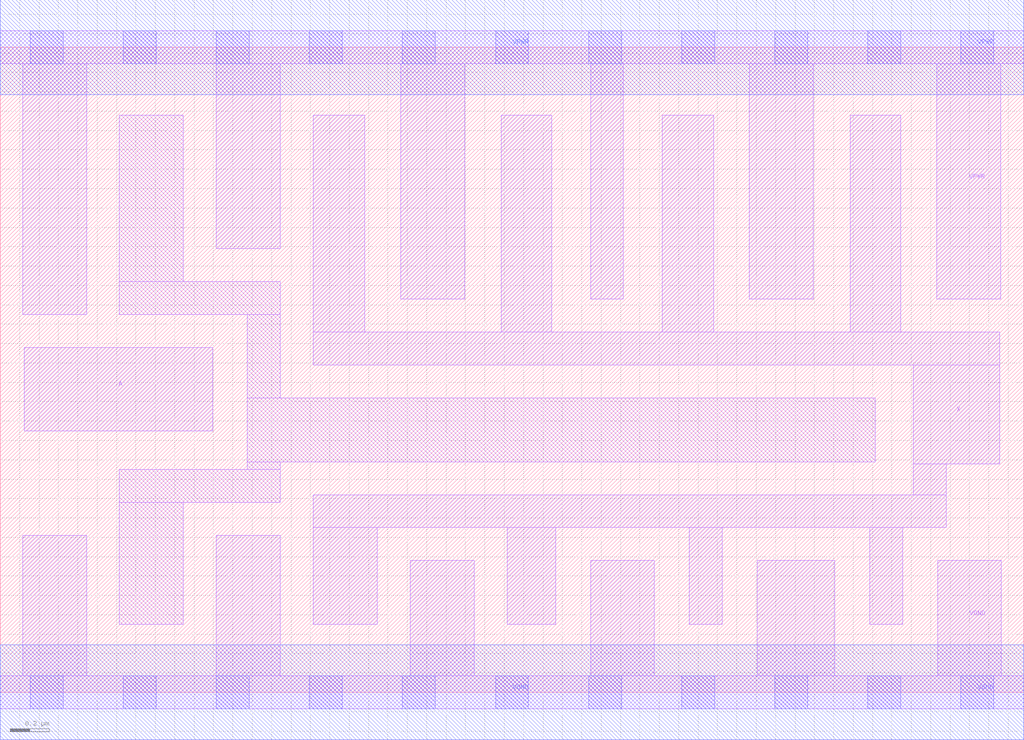
<source format=lef>
# Copyright 2020 The SkyWater PDK Authors
#
# Licensed under the Apache License, Version 2.0 (the "License");
# you may not use this file except in compliance with the License.
# You may obtain a copy of the License at
#
#     https://www.apache.org/licenses/LICENSE-2.0
#
# Unless required by applicable law or agreed to in writing, software
# distributed under the License is distributed on an "AS IS" BASIS,
# WITHOUT WARRANTIES OR CONDITIONS OF ANY KIND, either express or implied.
# See the License for the specific language governing permissions and
# limitations under the License.
#
# SPDX-License-Identifier: Apache-2.0

VERSION 5.7 ;
  NAMESCASESENSITIVE ON ;
  NOWIREEXTENSIONATPIN ON ;
  DIVIDERCHAR "/" ;
  BUSBITCHARS "[]" ;
UNITS
  DATABASE MICRONS 200 ;
END UNITS
MACRO sky130_fd_sc_ls__clkbuf_8
  CLASS CORE ;
  SOURCE USER ;
  FOREIGN sky130_fd_sc_ls__clkbuf_8 ;
  ORIGIN  0.000000  0.000000 ;
  SIZE  5.280000 BY  3.330000 ;
  SYMMETRY X Y ;
  SITE unit ;
  PIN A
    ANTENNAGATEAREA  0.462000 ;
    DIRECTION INPUT ;
    USE SIGNAL ;
    PORT
      LAYER li1 ;
        RECT 0.125000 1.350000 1.095000 1.780000 ;
    END
  END A
  PIN X
    ANTENNADIFFAREA  1.841700 ;
    DIRECTION OUTPUT ;
    USE SIGNAL ;
    PORT
      LAYER li1 ;
        RECT 1.615000 0.350000 1.945000 0.850000 ;
        RECT 1.615000 0.850000 4.880000 1.020000 ;
        RECT 1.615000 1.690000 5.155000 1.860000 ;
        RECT 1.615000 1.860000 1.880000 2.980000 ;
        RECT 2.585000 1.860000 2.845000 2.980000 ;
        RECT 2.615000 0.350000 2.865000 0.850000 ;
        RECT 3.415000 1.860000 3.680000 2.980000 ;
        RECT 3.555000 0.350000 3.725000 0.850000 ;
        RECT 4.385000 1.860000 4.645000 2.980000 ;
        RECT 4.485000 0.350000 4.655000 0.850000 ;
        RECT 4.710000 1.020000 4.880000 1.180000 ;
        RECT 4.710000 1.180000 5.155000 1.690000 ;
    END
  END X
  PIN VGND
    DIRECTION INOUT ;
    SHAPE ABUTMENT ;
    USE GROUND ;
    PORT
      LAYER li1 ;
        RECT 0.000000 -0.085000 5.280000 0.085000 ;
        RECT 0.115000  0.085000 0.445000 0.810000 ;
        RECT 1.115000  0.085000 1.445000 0.810000 ;
        RECT 2.115000  0.085000 2.445000 0.680000 ;
        RECT 3.045000  0.085000 3.375000 0.680000 ;
        RECT 3.905000  0.085000 4.305000 0.680000 ;
        RECT 4.835000  0.085000 5.165000 0.680000 ;
      LAYER mcon ;
        RECT 0.155000 -0.085000 0.325000 0.085000 ;
        RECT 0.635000 -0.085000 0.805000 0.085000 ;
        RECT 1.115000 -0.085000 1.285000 0.085000 ;
        RECT 1.595000 -0.085000 1.765000 0.085000 ;
        RECT 2.075000 -0.085000 2.245000 0.085000 ;
        RECT 2.555000 -0.085000 2.725000 0.085000 ;
        RECT 3.035000 -0.085000 3.205000 0.085000 ;
        RECT 3.515000 -0.085000 3.685000 0.085000 ;
        RECT 3.995000 -0.085000 4.165000 0.085000 ;
        RECT 4.475000 -0.085000 4.645000 0.085000 ;
        RECT 4.955000 -0.085000 5.125000 0.085000 ;
      LAYER met1 ;
        RECT 0.000000 -0.245000 5.280000 0.245000 ;
    END
  END VGND
  PIN VPWR
    DIRECTION INOUT ;
    SHAPE ABUTMENT ;
    USE POWER ;
    PORT
      LAYER li1 ;
        RECT 0.000000 3.245000 5.280000 3.415000 ;
        RECT 0.115000 1.950000 0.445000 3.245000 ;
        RECT 1.115000 2.290000 1.445000 3.245000 ;
        RECT 2.065000 2.030000 2.395000 3.245000 ;
        RECT 3.045000 2.030000 3.215000 3.245000 ;
        RECT 3.865000 2.030000 4.195000 3.245000 ;
        RECT 4.830000 2.030000 5.160000 3.245000 ;
      LAYER mcon ;
        RECT 0.155000 3.245000 0.325000 3.415000 ;
        RECT 0.635000 3.245000 0.805000 3.415000 ;
        RECT 1.115000 3.245000 1.285000 3.415000 ;
        RECT 1.595000 3.245000 1.765000 3.415000 ;
        RECT 2.075000 3.245000 2.245000 3.415000 ;
        RECT 2.555000 3.245000 2.725000 3.415000 ;
        RECT 3.035000 3.245000 3.205000 3.415000 ;
        RECT 3.515000 3.245000 3.685000 3.415000 ;
        RECT 3.995000 3.245000 4.165000 3.415000 ;
        RECT 4.475000 3.245000 4.645000 3.415000 ;
        RECT 4.955000 3.245000 5.125000 3.415000 ;
      LAYER met1 ;
        RECT 0.000000 3.085000 5.280000 3.575000 ;
    END
  END VPWR
  OBS
    LAYER li1 ;
      RECT 0.615000 0.350000 0.945000 0.980000 ;
      RECT 0.615000 0.980000 1.445000 1.150000 ;
      RECT 0.615000 1.950000 1.445000 2.120000 ;
      RECT 0.615000 2.120000 0.945000 2.980000 ;
      RECT 1.275000 1.150000 1.445000 1.190000 ;
      RECT 1.275000 1.190000 4.515000 1.520000 ;
      RECT 1.275000 1.520000 1.445000 1.950000 ;
  END
END sky130_fd_sc_ls__clkbuf_8

</source>
